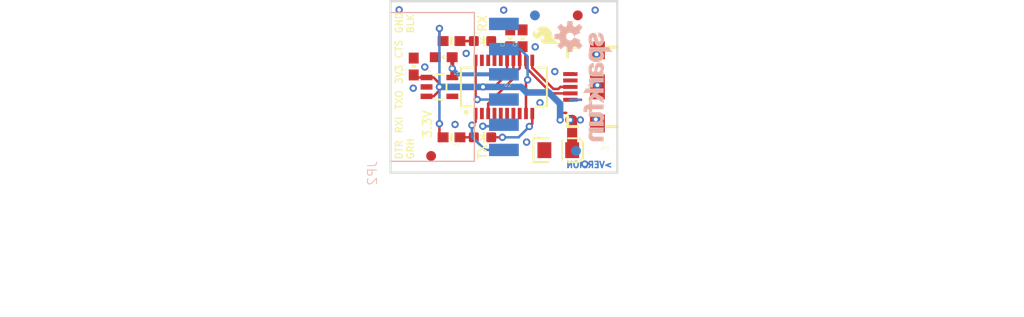
<source format=kicad_pcb>
(kicad_pcb (version 20211014) (generator pcbnew)
  (layers (0 "F.Cu" signal) (31 "B.Cu" signal) (34 "B.Paste" user) (35 "F.Paste" user) (36 "B.SilkS" user "B.Silkscreen") (37 "F.SilkS" user "F.Silkscreen") (38 "B.Mask" user) (39 "F.Mask" user) (44 "Edge.Cuts" user))
  (net 0 "")
  (net 1 "GND")
  (net 2 "USB_D-")
  (net 3 "USB_D+")
  (net 4 "TXLED")
  (net 5 "RXLED")
  (net 6 "N$1")
  (net 7 "N$2")
  (net 8 "TXO")
  (net 9 "RXI")
  (net 10 "5V")
  (net 11 "3V3")
  (net 12 "3V3LC")
  (net 13 "~{CTS}")
  (net 14 "~{DTR}")
  (net 15 "SHIELD")
  (footprint "boardEagle:0603-RES" (layer "F.Cu") (at 143.2179 110.0836 180)
    (fp_text reference "R2" (at -0.889 -0.6985) (layer "F.SilkS") (effects (font (size 0.376489 0.376489) (thickness 0.029911)) (justify right)))
    (fp_text value "1K")
    (fp_poly (pts (xy -0.1905 0.381) (xy 0.1905 0.381) (xy 0.1905 -0.381) (xy -0.1905 -0.381)) (layer "F.SilkS") (width 0) (fill solid))
    (pad "1" smd rect (at -0.85 0 180) (size 1.1 1) (layers "F.Cu" "F.Paste" "F.Mask") (net 6 "N$1"))
    (pad "2" smd rect (at 0.85 0 180) (size 1.1 1) (layers "F.Cu" "F.Paste" "F.Mask") (net 10 "5V"))
  )
  (footprint "boardEagle:FIDUCIAL-1X2" (layer "F.Cu") (at 155.9433 97.79)
    (fp_text reference "JP5" hide)
    (fp_text value "FIDUCIAL1X2" hide)
    (pad "1" smd roundrect (at 0 0) (size 1 1) (layers "F.Cu" "F.Mask") (roundrect_rratio 0.5))
  )
  (footprint "boardEagle:USB-B-MICRO-SMD_V03" (layer "F.Cu") (at 157.9245 105.0036 180)
    (fp_text reference "JP1" (at -1.27 -5.969 180) (layer "F.SilkS") (effects (font (size 0.373888 0.373888) (thickness 0.032512)) (justify right top)))
    (fp_text value "")
    (fp_line (start 2.981959 -3.992881) (end 2 -3.992881) (layer "F.SilkS") (width 0.3048))
    (fp_line (start -1 -4) (end -2 -4) (layer "F.SilkS") (width 0.3048))
    (fp_line (start 2 4) (end 3 4) (layer "F.SilkS") (width 0.3048))
    (fp_line (start -1 4) (end -2 4) (layer "F.SilkS") (width 0.3048))
    (fp_line (start 2 -3.992881) (end 2 -4) (layer "F.SilkS") (width 0.3048))
    (fp_line (start 3 4) (end 3 3) (layer "F.SilkS") (width 0.3048))
    (fp_line (start 3 -4) (end 3 -3) (layer "F.SilkS") (width 0.3048))
    (pad "" np_thru_hole circle (at 2.2 -1.9 180) (size 0.85 0.85) (drill 0.85) (layers *.Cu *.Mask))
    (pad "" np_thru_hole circle (at 2.2 1.9 180) (size 0.85 0.85) (drill 0.85) (layers *.Cu *.Mask))
    (pad "D+1" smd rect (at 2.725 0 270) (size 0.4 1.45) (layers "F.Cu" "F.Paste" "F.Mask") (net 3 "USB_D+"))
    (pad "D-1" smd rect (at 2.725 -0.65 270) (size 0.4 1.45) (layers "F.Cu" "F.Paste" "F.Mask") (net 2 "USB_D-"))
    (pad "GND1" smd rect (at 2.725 1.3 270) (size 0.4 1.45) (layers "F.Cu" "F.Paste" "F.Mask") (net 1 "GND"))
    (pad "ID1" smd rect (at 2.725 0.65 270) (size 0.4 1.45) (layers "F.Cu" "F.Paste" "F.Mask"))
    (pad "SHIELD1" smd rect (at 0 -3.685 270) (size 1.8 1.5) (layers "F.Cu") (net 15 "SHIELD"))
    (pad "SHIELD2" smd rect (at 0 3.685 270) (size 1.8 1.5) (layers "F.Cu") (net 15 "SHIELD"))
    (pad "SHIELD3" smd rect (at 0 0 270) (size 2.5 1.5) (layers "F.Cu") (net 15 "SHIELD"))
    (pad "VBUS1" smd rect (at 2.725 -1.3 270) (size 0.4 1.45) (layers "F.Cu" "F.Paste" "F.Mask") (net 10 "5V"))
  )
  (footprint "boardEagle:EIA3216" (layer "F.Cu") (at 153.97734 111.379)
    (fp_text reference "C4" (at -2.54 -1.381) (layer "F.SilkS") (effects (font (size 0.376489 0.376489) (thickness 0.029911)) (justify left)))
    (fp_text value "10uF")
    (fp_line (start -2.5 1.2) (end -2.5 -1.2) (layer "F.SilkS") (width 0.2032))
    (fp_line (start 2.5 0.8) (end 2.5 -0.8) (layer "F.SilkS") (width 0.2032))
    (fp_line (start -2.5 -1.2) (end -1 -1.2) (layer "F.SilkS") (width 0.2032))
    (fp_line (start 0.381 -1.016) (end 0.381 1.016) (layer "F.SilkS") (width 0.127))
    (fp_line (start 2.1 -1.2) (end 1 -1.2) (layer "F.SilkS") (width 0.2032))
    (fp_line (start -1 1.2) (end -2.5 1.2) (layer "F.SilkS") (width 0.2032))
    (fp_line (start 2.1 1.2) (end 2.5 0.8) (layer "F.SilkS") (width 0.2032))
    (fp_line (start 2.5 -0.8) (end 2.1 -1.2) (layer "F.SilkS") (width 0.2032))
    (fp_line (start 1 1.2) (end 2.1 1.2) (layer "F.SilkS") (width 0.2032))
    (pad "A" smd rect (at 1.4 0 90) (size 1.6 1.4) (layers "F.Cu" "F.Paste" "F.Mask") (net 10 "5V"))
    (pad "C" smd rect (at -1.4 0 90) (size 1.6 1.4) (layers "F.Cu" "F.Paste" "F.Mask") (net 1 "GND"))
  )
  (footprint "boardEagle:0603-RES" (layer "F.Cu") (at 143.2179 100.3808 180)
    (fp_text reference "R1" (at -0.889 -0.6985) (layer "F.SilkS") (effects (font (size 0.376489 0.376489) (thickness 0.029911)) (justify right)))
    (fp_text value "1K")
    (fp_poly (pts (xy -0.1905 0.381) (xy 0.1905 0.381) (xy 0.1905 -0.381) (xy -0.1905 -0.381)) (layer "F.SilkS") (width 0) (fill solid))
    (pad "1" smd rect (at -0.85 0 180) (size 1.1 1) (layers "F.Cu" "F.Paste" "F.Mask") (net 7 "N$2"))
    (pad "2" smd rect (at 0.85 0 180) (size 1.1 1) (layers "F.Cu" "F.Paste" "F.Mask") (net 10 "5V"))
  )
  (footprint "boardEagle:0603-CAP" (layer "F.Cu") (at 142.4305 102.0064 180)
    (fp_text reference "C2" (at -0.889 -0.762 180) (layer "F.SilkS") (effects (font (size 0.373888 0.373888) (thickness 0.032512)) (justify right top)))
    (fp_text value "1.0uF")
    (fp_line (start 0 -0.02794) (end 0 0.02794) (layer "F.SilkS") (width 0.381))
    (pad "1" smd rect (at -0.85 0 180) (size 1.1 1) (layers "F.Cu" "F.Paste" "F.Mask") (net 11 "3V3"))
    (pad "2" smd rect (at 0.85 0 180) (size 1.1 1) (layers "F.Cu" "F.Paste" "F.Mask") (net 1 "GND"))
  )
  (footprint "boardEagle:0603-CAP" (layer "F.Cu") (at 150.3807 100.1014 90)
    (fp_text reference "C5" (at -0.889 -0.762 90) (layer "F.SilkS") (effects (font (size 0.376489 0.376489) (thickness 0.029911)) (justify left)))
    (fp_text value "0.1uF")
    (fp_line (start 0 -0.02794) (end 0 0.02794) (layer "F.SilkS") (width 0.381))
    (pad "1" smd rect (at -0.85 0 90) (size 1.1 1) (layers "F.Cu" "F.Paste" "F.Mask") (net 12 "3V3LC"))
    (pad "2" smd rect (at 0.85 0 90) (size 1.1 1) (layers "F.Cu" "F.Paste" "F.Mask") (net 1 "GND"))
  )
  (footprint "boardEagle:CREATIVE_COMMONS" (layer "F.Cu") (at 118.0211 127.6096)
    (fp_text reference "FRAME1" hide)
    (fp_text value "FRAME-LETTER" hide)
  )
  (footprint "boardEagle:0603-CAP" (layer "F.Cu") (at 139.4079 102.9462 90)
    (fp_text reference "C1" (at -0.889 -0.762 90) (layer "F.SilkS") (effects (font (size 0.373888 0.373888) (thickness 0.032512)) (justify left bottom)))
    (fp_text value "1.0uF")
    (fp_line (start 0 -0.02794) (end 0 0.02794) (layer "F.SilkS") (width 0.381))
    (pad "1" smd rect (at -0.85 0 90) (size 1.1 1) (layers "F.Cu" "F.Paste" "F.Mask") (net 10 "5V"))
    (pad "2" smd rect (at 0.85 0 90) (size 1.1 1) (layers "F.Cu" "F.Paste" "F.Mask") (net 1 "GND"))
  )
  (footprint "boardEagle:SFE_LOGO_FLAME_.1" (layer "F.Cu") (at 154.3431 100.9396 90)
    (fp_text reference "LOGO3" hide)
    (fp_text value "SFE_LOGO_FLAME.1_INCH" hide)
    (fp_poly (pts (xy 1.412844 -2.906175) (xy 1.560112 -2.832541) (xy 1.605026 -2.798855) (xy 1.681982 -2.7219) (xy 1.571006 -2.7219) (xy 1.551005 -2.7319) (xy 1.504689 -2.7319) (xy 1.468361 -2.722818) (xy 1.422477 -2.713641) (xy 1.39011 -2.697457) (xy 1.358081 -2.673436) (xy 1.343019 -2.650843) (xy 1.335288 -2.635381) (xy 1.3281 -2.613817) (xy 1.3281 -2.564689) (xy 1.335361 -2.535643) (xy 1.369607 -2.484275) (xy 1.425028 -2.428854) (xy 1.462016 -2.401113) (xy 1.489157 -2.383019) (xy 1.523301 -2.365947) (xy 1.594689 -2.3481) (xy 1.613817 -2.3481) (xy 1.629419 -2.353301) (xy 1.648687 -2.372569) (xy 1.654712 -2.384619) (xy 1.6619 -2.406183) (xy 1.6619 -2.558742) (xy 1.804838 -2.469406) (xy 1.890505 -2.373031) (xy 1.964662 -2.256498) (xy 2.016968 -2.099579) (xy 2.048309 -1.932428) (xy 2.037811 -1.753974) (xy 1.985628 -1.555678) (xy 1.881878 -1.368928) (xy 1.808618 -1.274737) (xy 1.726044 -1.192162) (xy 1.642524 -1.119083) (xy 1.536984 -1.055759) (xy 1.432127 -1.013816) (xy 1.318165 -0.982735) (xy 1.193153 -0.9619) (xy 1.003156 -0.9619) (xy 0.953397 -0.953607) (xy 0.863627 -0.899745) (xy 0.767974 -0.804092) (xy 0.647975 -0.664094) (xy 0.528159 -0.544277) (xy 0.478163 -0.484281) (xy 0.430255 -0.436373) (xy 0.400257 -0.386376) (xy 0.2819 -0.268018) (xy 0.2819 -1.732372) (xy 0.292559 -1.817641) (xy 0.314746 -1.895296) (xy 0.380852 -2.005474) (xy 0.436664 -2.050123) (xy 0.481171 -2.083503) (xy 0.539098 -2.106674) (xy 0.59313 -2.117481) (xy 0.656847 -2.1281) (xy 0.788994 -2.1281) (xy 0.884319 -2.080438) (xy 0.832569 -2.028687) (xy 0.784617 -2.004711) (xy 0.760581 -1.996699) (xy 0.713301 -1.949419) (xy 0.7081 -1.933817) (xy 0.7081 -1.906183) (xy 0.714532 -1.886888) (xy 0.729607 -1.864275) (xy 0.781412 -1.81247) (xy 0.820903 -1.796674) (xy 0.863772 -1.7881) (xy 0.935311 -1.7881) (xy 1.004357 -1.805361) (xy 1.053944 -1.83842) (xy 1.086004 -1.878495) (xy 1.1019 -1.926183) (xy 1.1019 -1.983091) (xy 1.077224 -2.048894) (xy 1.012268 -2.113851) (xy 0.931425 -2.204799) (xy 0.858661 -2.287958) (xy 0.804008 -2.386334) (xy 0.7819 -2.485818) (xy 0.7819 -2.576183) (xy 0.815289 -2.676349) (xy 0.871274 -2.765925) (xy 0.969046 -2.84197) (xy 1.087145 -2.906387) (xy 1.206565 -2.9281) (xy 1.314182 -2.9281)) (layer "F.SilkS") (width 0) (fill solid))
  )
  (footprint "boardEagle:LED-0603" (layer "F.Cu") (at 146.3421 110.0836 -90)
    (fp_text reference "D2" (at -0.6985 0.889) (layer "F.SilkS") (effects (font (size 0.376489 0.376489) (thickness 0.029911)) (justify left)))
    (fp_text value "RED")
    (fp_line (start 0.46 -0.17) (end 0 -0.17) (layer "F.SilkS") (width 0.2032))
    (fp_line (start -0.0254 -0.1546) (end -0.2184 0.14) (layer "F.SilkS") (width 0.2032))
    (fp_line (start 0 -0.17) (end 0.2338 0.14) (layer "F.SilkS") (width 0.2032))
    (fp_line (start -0.46 -0.17) (end 0 -0.17) (layer "F.SilkS") (width 0.2032))
    (pad "A" smd roundrect (at 0 0.877 270) (size 1 1) (layers "F.Cu" "F.Paste" "F.Mask") (roundrect_rratio 0.15) (net 6 "N$1"))
    (pad "C" smd roundrect (at 0 -0.877 270) (size 1 1) (layers "F.Cu" "F.Paste" "F.Mask") (roundrect_rratio 0.15) (net 4 "TXLED"))
  )
  (footprint "boardEagle:0603-CAP" (layer "F.Cu") (at 149.1361 100.1014 90)
    (fp_text reference "C3" (at -0.889 -0.762 90) (layer "F.SilkS") (effects (font (size 0.376489 0.376489) (thickness 0.029911)) (justify left)))
    (fp_text value "0.1uF")
    (fp_line (start 0 -0.02794) (end 0 0.02794) (layer "F.SilkS") (width 0.381))
    (pad "1" smd rect (at -0.85 0 90) (size 1.1 1) (layers "F.Cu" "F.Paste" "F.Mask") (net 10 "5V"))
    (pad "2" smd rect (at 0.85 0 90) (size 1.1 1) (layers "F.Cu" "F.Paste" "F.Mask") (net 1 "GND"))
  )
  (footprint "boardEagle:FIDUCIAL-1X2" (layer "F.Cu") (at 141.1605 111.9632)
    (fp_text reference "JP3" hide)
    (fp_text value "FIDUCIAL1X2" hide)
    (pad "1" smd roundrect (at 0 0) (size 1 1) (layers "F.Cu" "F.Mask") (roundrect_rratio 0.5))
  )
  (footprint "boardEagle:SOT23-5" (layer "F.Cu") (at 141.9987 105.0036 -90)
    (fp_text reference "U1" (at -0.889 -2.159 -90) (layer "F.SilkS") (effects (font (size 0.373888 0.373888) (thickness 0.032512)) (justify left bottom)))
    (fp_text value "3.3V")
    (fp_line (start -0.2684 -0.7088) (end 0.2684 -0.7088) (layer "F.SilkS") (width 0.2032))
    (fp_line (start 1.27 -0.4294) (end 1.27 0.4294) (layer "F.SilkS") (width 0.2032))
    (fp_line (start -1.27 0.4294) (end -1.27 -0.4294) (layer "F.SilkS") (width 0.2032))
    (fp_circle (center -1.6002 1.016) (end -1.5367 1.016) (layer "F.SilkS") (width 0.127) (fill solid))
    (pad "1" smd rect (at -0.95 1.3001 270) (size 0.55 1.2) (layers "F.Cu" "F.Paste" "F.Mask") (net 10 "5V"))
    (pad "2" smd rect (at 0 1.3001 270) (size 0.55 1.2) (layers "F.Cu" "F.Paste" "F.Mask") (net 1 "GND"))
    (pad "3" smd rect (at 0.95 1.3001 270) (size 0.55 1.2) (layers "F.Cu" "F.Paste" "F.Mask") (net 10 "5V"))
    (pad "4" smd rect (at 0.95 -1.3001 270) (size 0.55 1.2) (layers "F.Cu" "F.Paste" "F.Mask"))
    (pad "5" smd rect (at -0.95 -1.3001 270) (size 0.55 1.2) (layers "F.Cu" "F.Paste" "F.Mask") (net 11 "3V3"))
  )
  (footprint "boardEagle:LED-0603" (layer "F.Cu") (at 146.3421 100.3808 -90)
    (fp_text reference "D1" (at -0.6985 0.889) (layer "F.SilkS") (effects (font (size 0.376489 0.376489) (thickness 0.029911)) (justify left)))
    (fp_text value "GREEN")
    (fp_line (start 0 -0.17) (end 0.2338 0.14) (layer "F.SilkS") (width 0.2032))
    (fp_line (start 0.46 -0.17) (end 0 -0.17) (layer "F.SilkS") (width 0.2032))
    (fp_line (start -0.0254 -0.1546) (end -0.2184 0.14) (layer "F.SilkS") (width 0.2032))
    (fp_line (start -0.46 -0.17) (end 0 -0.17) (layer "F.SilkS") (width 0.2032))
    (pad "A" smd roundrect (at 0 0.877 270) (size 1 1) (layers "F.Cu" "F.Paste" "F.Mask") (roundrect_rratio 0.15) (net 7 "N$2"))
    (pad "C" smd roundrect (at 0 -0.877 270) (size 1 1) (layers "F.Cu" "F.Paste" "F.Mask") (roundrect_rratio 0.15) (net 5 "RXLED"))
  )
  (footprint "boardEagle:SSOP20_L" (layer "F.Cu") (at 148.5011 105.0036)
    (fp_text reference "U2" (at 0 0) (layer "F.SilkS") (effects (font (size 0.373888 0.373888) (thickness 0.032512)) (justify left bottom)))
    (fp_text value "FTS31XS-U")
    (fp_line (start 3.2512 1.9558) (end 4.3307 1.9558) (layer "F.SilkS") (width 0.2032))
    (fp_line (start -4.3307 -1.9558) (end -3.2512 -1.9558) (layer "F.SilkS") (width 0.2032))
    (fp_line (start -4.3307 -1.9558) (end -4.3307 1.9558) (layer "F.SilkS") (width 0.2032))
    (fp_line (start -4.3307 1.9558) (end -3.2512 1.9558) (layer "F.SilkS") (width 0.2032))
    (fp_line (start 4.3307 1.9558) (end 4.3307 -1.9558) (layer "F.SilkS") (width 0.2032))
    (fp_line (start 3.2512 -1.9558) (end 4.3307 -1.9558) (layer "F.SilkS") (width 0.2032))
    (fp_circle (center -3.81 2.54) (end -3.683 2.54) (layer "F.SilkS") (width 0.254) (fill solid))
    (pad "1" smd rect (at -2.8575 2.6797 180) (size 0.381 1.143) (layers "F.Cu" "F.Paste" "F.Mask") (net 14 "~{DTR}"))
    (pad "2" smd rect (at -2.2225 2.6797 180) (size 0.381 1.143) (layers "F.Cu" "F.Paste" "F.Mask"))
    (pad "3" smd rect (at -1.5875 2.6797 180) (size 0.381 1.143) (layers "F.Cu" "F.Paste" "F.Mask") (net 12 "3V3LC"))
    (pad "4" smd rect (at -0.9525 2.6797 180) (size 0.381 1.143) (layers "F.Cu" "F.Paste" "F.Mask") (net 9 "RXI"))
    (pad "5" smd rect (at -0.3175 2.6797 180) (size 0.381 1.143) (layers "F.Cu" "F.Paste" "F.Mask"))
    (pad "6" smd rect (at 0.3175 2.6797 180) (size 0.381 1.143) (layers "F.Cu" "F.Paste" "F.Mask") (net 1 "GND"))
    (pad "7" smd rect (at 0.9525 2.6797 180) (size 0.381 1.143) (layers "F.Cu" "F.Paste" "F.Mask"))
    (pad "8" smd rect (at 1.5875 2.6797 180) (size 0.381 1.143) (layers "F.Cu" "F.Paste" "F.Mask"))
    (pad "9" smd rect (at 2.2225 2.6797 180) (size 0.381 1.143) (layers "F.Cu" "F.Paste" "F.Mask") (net 13 "~{CTS}"))
    (pad "10" smd rect (at 2.8575 2.6797 180) (size 0.381 1.143) (layers "F.Cu" "F.Paste" "F.Mask") (net 4 "TXLED"))
    (pad "11" smd rect (at 2.8575 -2.6797) (size 0.381 1.143) (layers "F.Cu" "F.Paste" "F.Mask") (net 3 "USB_D+"))
    (pad "12" smd rect (at 2.2225 -2.6797) (size 0.381 1.143) (layers "F.Cu" "F.Paste" "F.Mask") (net 2 "USB_D-"))
    (pad "13" smd rect (at 1.5875 -2.6797) (size 0.381 1.143) (layers "F.Cu" "F.Paste" "F.Mask") (net 12 "3V3LC"))
    (pad "14" smd rect (at 0.9525 -2.6797) (size 0.381 1.143) (layers "F.Cu" "F.Paste" "F.Mask") (net 12 "3V3LC"))
    (pad "15" smd rect (at 0.3175 -2.6797) (size 0.381 1.143) (layers "F.Cu" "F.Paste" "F.Mask") (net 10 "5V"))
    (pad "16" smd rect (at -0.3175 -2.6797) (size 0.381 1.143) (layers "F.Cu" "F.Paste" "F.Mask") (net 1 "GND"))
    (pad "17" smd rect (at -0.9525 -2.6797) (size 0.381 1.143) (layers "F.Cu" "F.Paste" "F.Mask") (net 5 "RXLED"))
    (pad "18" smd rect (at -1.5875 -2.6797) (size 0.381 1.143) (layers "F.Cu" "F.Paste" "F.Mask"))
    (pad "19" smd rect (at -2.2225 -2.6797) (size 0.381 1.143) (layers "F.Cu" "F.Paste" "F.Mask"))
    (pad "20" smd rect (at -2.8575 -2.6797) (size 0.381 1.143) (layers "F.Cu" "F.Paste" "F.Mask") (net 8 "TXO"))
  )
  (footprint "boardEagle:FIDUCIAL-1X2" (layer "B.Cu") (at 155.7655 111.4552 180)
    (fp_text reference "JP4" hide)
    (fp_text value "FIDUCIAL1X2" hide)
    (pad "1" smd roundrect (at 0 0 180) (size 1 1) (layers "B.Cu" "B.Mask") (roundrect_rratio 0.5))
  )
  (footprint "boardEagle:OSHW-LOGO-S" (layer "B.Cu") (at 155.1559 99.9236 -90)
    (fp_text reference "LOGO1" hide)
    (fp_text value "OSHW-LOGOS" hide)
    (fp_poly (pts (xy 0.301647 1.061351) (xy 0.42347 1.022344) (xy 0.537177 0.963769) (xy 0.92862 1.282946) (xy 1.282946 0.92862) (xy 0.961035 0.533823) (xy 1.057046 0.302084) (xy 1.5638 0.250561) (xy 1.5638 -0.250561) (xy 1.057046 -0.302084) (xy 0.961035 -0.533823) (xy 1.282946 -0.92862) (xy 0.92862 -1.282946) (xy 0.537177 -0.96377) (xy 0.356601 -1.056794) (xy 0.088679 -0.410073) (xy 0.326262 -0.2176) (xy 0.373649 -0.121468) (xy 0.392729 -0.010339) (xy 0.379464 0.101634) (xy 0.334947 0.205229) (xy 0.262842 0.291918) (xy 0.169087 0.354561) (xy 0.061406 0.387999) (xy -0.051342 0.38948) (xy -0.159868 0.358881) (xy -0.255234 0.298724) (xy -0.329589 0.213962) (xy -0.376813 0.111569) (xy -0.392176 0.005767) (xy -0.322923 -0.222565) (xy -0.249312 -0.303773) (xy 0.091677 -0.5081) (xy -0.12929 -0.5081) (xy -0.355332 -1.053732) (xy -0.506597 -0.983577) (xy -0.538922 -0.965192) (xy -0.92862 -1.282946) (xy -1.282946 -0.92862) (xy -0.961035 -0.533823) (xy -1.057046 -0.302084) (xy -1.5638 -0.250561) (xy -1.5638 0.250561) (xy -1.057046 0.302084) (xy -0.961035 0.533823) (xy -1.282946 0.92862) (xy -0.92862 1.282946) (xy -0.533823 0.961035) (xy -0.302084 1.057046) (xy -0.250561 1.5638) (xy 0.250561 1.5638)) (layer "B.SilkS") (width 0) (fill solid))
  )
  (footprint "boardEagle:1X06-SMD-FEMALE-V2" (layer "B.Cu") (at 145.0721 105.0036 90)
    (fp_text reference "JP2" (at -7.4 -9.3 270) (layer "B.SilkS") (effects (font (size 0.92 0.92) (thickness 0.08)) (justify left bottom mirror)))
    (fp_text value "")
    (fp_line (start 7.5 -8.05) (end 7.5 0.45) (layer "B.SilkS") (width 0.127))
    (fp_line (start -7.5 -8.05) (end 7.5 -8.05) (layer "B.SilkS") (width 0.127))
    (fp_line (start -7.5 0.45) (end -7.5 -8.05) (layer "B.SilkS") (width 0.127))
    (fp_line (start 7.5 0.45) (end -7.5 0.45) (layer "B.SilkS") (width 0.127))
    (pad "1" smd rect (at 6.35 3.425 270) (size 1.25 3) (layers "B.Cu" "B.Paste" "B.Mask") (net 1 "GND"))
    (pad "2" smd rect (at 3.81 3.425 270) (size 1.25 3) (layers "B.Cu" "B.Paste" "B.Mask") (net 13 "~{CTS}"))
    (pad "3" smd rect (at 1.27 3.425 270) (size 1.25 3) (layers "B.Cu" "B.Paste" "B.Mask") (net 11 "3V3"))
    (pad "4" smd rect (at -1.27 3.425 270) (size 1.25 3) (layers "B.Cu" "B.Paste" "B.Mask") (net 8 "TXO"))
    (pad "5" smd rect (at -3.81 3.425 270) (size 1.25 3) (layers "B.Cu" "B.Paste" "B.Mask") (net 9 "RXI"))
    (pad "6" smd rect (at -6.35 3.425 270) (size 1.25 3) (layers "B.Cu" "B.Paste" "B.Mask") (net 14 "~{DTR}"))
  )
  (footprint "boardEagle:SFE_LOGO_NAME_.1" (layer "B.Cu") (at 159.8549 99.06 -90)
    (fp_text reference "LOGO2" hide)
    (fp_text value "SFE_LOGO_NAME.1_INCH" hide)
    (fp_poly (pts (xy 1.263449 2.827944) (xy 1.377272 2.817596) (xy 1.484898 2.785308) (xy 1.580778 2.732042) (xy 1.666049 2.668089) (xy 1.742958 2.580192) (xy 1.786799 2.470589) (xy 1.815652 2.3119) (xy 1.368765 2.3119) (xy 1.352817 2.391643) (xy 1.345598 2.42052) (xy 1.297431 2.468687) (xy 1.266699 2.484053) (xy 1.231643 2.492817) (xy 1.186228 2.5019) (xy 1.106183 2.5019) (xy 1.076183 2.4919) (xy 1.036183 2.4919) (xy 1.016888 2.485468) (xy 0.972011 2.45555) (xy 0.966606 2.439335) (xy 0.95904 2.409071) (xy 0.965665 2.375947) (xy 0.987214 2.347214) (xy 1.017914 2.32419) (xy 1.071265 2.306406) (xy 1.20764 2.267442) (xy 1.287009 2.25752) (xy 1.368733 2.237089) (xy 1.460875 2.216613) (xy 1.544201 2.185366) (xy 1.617011 2.154161) (xy 1.691815 2.111416) (xy 1.758636 2.055732) (xy 1.804134 1.987485) (xy 1.837342 1.898929) (xy 1.848262 1.800648) (xy 1.837415 1.659637) (xy 1.783017 1.55084) (xy 1.718081 1.453436) (xy 1.630112 1.387459) (xy 1.525079 1.334943) (xy 1.409724 1.292995) (xy 1.283153 1.2719) (xy 1.036847 1.2719) (xy 0.910276 1.292995) (xy 0.794921 1.334943) (xy 0.689888 1.387459) (xy 0.603058 1.452581) (xy 0.526244 1.551343) (xy 0.482995 1.670276) (xy 0.455024 1.8381) (xy 0.902276 1.8381) (xy 0.91664 1.751914) (xy 0.934786 1.715621) (xy 0.951407 1.67407) (xy 0.978829 1.653504) (xy 1.070903 1.616674) (xy 1.116852 1.607484) (xy 1.168449 1.598885) (xy 1.20531 1.6081) (xy 1.242663 1.6081) (xy 1.288251 1.626335) (xy 1.32052 1.634402) (xy 1.368687 1.682569) (xy 1.3819 1.708995) (xy 1.3819 1.745311) (xy 1.374639 1.774357) (xy 1.360393 1.795725) (xy 1.336373 1.819745) (xy 1.294706 1.844745) (xy 1.16063 1.883053) (xy 1.072113 1.902723) (xy 0.969507 1.923244) (xy 0.888652 1.953565) (xy 0.808654 1.973564) (xy 0.723755 2.005401) (xy 0.646667 2.049451) (xy 0.593059 2.103059) (xy 0.537224 2.158895) (xy 0.502751 2.250823) (xy 0.491535 2.340544) (xy 0.513006 2.480102) (xy 0.556968 2.590006) (xy 0.623794 2.667971) (xy 0.709222 2.732042) (xy 0.805102 2.785308) (xy 0.912728 2.817596) (xy 1.026693 2.827956) (xy 1.150144 2.838244)) (layer "B.SilkS") (width 0) (fill solid))
    (fp_poly (pts (xy 6.5481 2.344647) (xy 6.98377 2.7981) (xy 7.553235 2.7981) (xy 6.979019 2.234719) (xy 7.590534 1.3019) (xy 7.028601 1.3019) (xy 6.652679 1.918797) (xy 6.5481 1.814218) (xy 6.5481 1.3019) (xy 6.0919 1.3019) (xy 6.0919 3.101967) (xy 6.5481 3.366082)) (layer "B.SilkS") (width 0) (fill solid))
    (fp_poly (pts (xy 4.332821 1.958813) (xy 4.278994 1.9319) (xy 4.236183 1.9319) (xy 4.206183 1.9219) (xy 4.166183 1.9219) (xy 4.136183 1.9119) (xy 4.118995 1.9119) (xy 4.098994 1.9019) (xy 4.043743 1.9019) (xy 3.938703 2.17763) (xy 4.073746 2.20764) (xy 4.165514 2.217836) (xy 4.280739 2.232239)) (layer "B.SilkS") (width 0) (fill solid))
    (fp_poly (pts (xy 8.346183 3.3281) (xy 8.4781 3.3281) (xy 8.4781 2.9619) (xy 8.266183 2.9619) (xy 8.214619 2.944712) (xy 8.211154 2.94298) (xy 8.205289 2.925383) (xy 8.195947 2.906699) (xy 8.1881 2.875311) (xy 8.1881 2.7981) (xy 8.4581 2.7981) (xy 8.4581 2.4619) (xy 8.1881 2.4619) (xy 8.1881 1.3019) (xy 7.7219 1.3019) (xy 7.7219 2.4619) (xy 7.288018 2.4619) (xy 7.383059 2.556941) (xy 7.414974 2.588855) (xy 7.452786 2.617214) (xy 7.481145 2.655026) (xy 7.513059 2.686941) (xy 7.544974 2.718855) (xy 7.582786 2.747214) (xy 7.62095 2.7981) (xy 7.7219 2.7981) (xy 7.7219 2.87211) (xy 7.732416 2.966754) (xy 7.754312 3.05434) (xy 7.798584 3.131815) (xy 7.851837 3.195719) (xy 7.918895 3.262776) (xy 8.007823 3.296125) (xy 8.112728 3.327596) (xy 8.228272 3.3381) (xy 8.316183 3.3381)) (layer "B.SilkS") (width 0) (fill solid))
    (fp_poly (pts (xy 2.929338 2.817229) (xy 3.067237 2.764191) (xy 3.183983 2.689898) (xy 3.280426 2.593455) (xy 3.354458 2.466544) (xy 3.40663 2.330896) (xy 3.4381 2.184036) (xy 3.4381 2.000884) (xy 2.986257 2.012775) (xy 2.972194 2.125274) (xy 2.96275 2.200824) (xy 2.934631 2.275809) (xy 2.907172 2.33988) (xy 2.864269 2.391364) (xy 2.811775 2.42636) (xy 2.749939 2.452861) (xy 2.679736 2.461636) (xy 2.599817 2.452756) (xy 2.538225 2.42636) (xy 2.485732 2.391364) (xy 2.442828 2.33988) (xy 2.416222 2.277799) (xy 2.3781 2.125311) (xy 2.3781 1.964689) (xy 2.415361 1.815643) (xy 2.487474 1.707474) (xy 2.538225 1.67364) (xy 2.599817 1.647244) (xy 2.68 1.638334) (xy 2.760183 1.647244) (xy 2.821775 1.67364) (xy 2.872526 1.707474) (xy 2.966513 1.848455) (xy 3.375374 1.65605) (xy 3.279898 1.506017) (xy 3.184582 1.4107) (xy 3.078029 1.336113) (xy 2.938292 1.282368) (xy 2.781269 1.2719) (xy 2.716847 1.2719) (xy 2.650788 1.28291) (xy 2.587952 1.303855) (xy 2.523984 1.325178) (xy 2.4682 1.358648) (xy 2.414551 1.401567) (xy 2.3981 1.418018) (xy 2.3981 0.420728) (xy 2.284551 0.511567) (xy 2.234549 0.561569) (xy 2.186199 0.600249) (xy 2.134551 0.641567) (xy 2.044549 0.731569) (xy 1.994551 0.771567) (xy 1.9319 0.834218) (xy 1.9319 2.721235) (xy 2.011643 2.737183) (xy 2.051639 2.747182) (xy 2.106227 2.7581) (xy 2.146228 2.7581) (xy 2.241643 2.777183) (xy 2.281639 2.787182) (xy 2.3781 2.806475) (xy 2.3781 2.688615) (xy 2.394526 2.709148) (xy 2.450398 2.74267) (xy 2.501652 2.773423) (xy 2.568085 2.80664) (xy 2.633736 2.817582) (xy 2.693736 2.827582) (xy 2.759215 2.838495)) (layer "B.SilkS") (width 0) (fill solid))
    (fp_poly (pts (xy 8.9581 1.882707) (xy 8.967231 1.81879) (xy 8.985791 1.76311) (xy 9.00247 1.721412) (xy 9.035028 1.688854) (xy 9.065947 1.665665) (xy 9.106435 1.657568) (xy 9.17 1.648487) (xy 9.23415 1.657651) (xy 9.286603 1.666393) (xy 9.326373 1.690255) (xy 9.369745 1.733627) (xy 9.394745 1.775294) (xy 9.412487 1.837389) (xy 9.422109 1.923991) (xy 9.4319 2.021901) (xy 9.4319 2.7981) (xy 9.8881 2.7981) (xy 9.8881 1.3019) (xy 9.4419 1.3019) (xy 9.4419 1.432728) (xy 9.415451 1.411569) (xy 9.363624 1.359743) (xy 9.306016 1.325178) (xy 9.242048 1.303855) (xy 9.179212 1.28291) (xy 9.115827 1.272346) (xy 9.04 1.261513) (xy 8.892264 1.282618) (xy 8.775527 1.314456) (xy 8.67813 1.368565) (xy 8.600015 1.435521) (xy 8.544692 1.535102) (xy 8.512895 1.641091) (xy 8.4919 1.756565) (xy 8.4919 2.7981) (xy 8.9581 2.7981)) (layer "B.SilkS") (width 0) (fill solid))
    (fp_poly (pts (xy 6.0081 2.795782) (xy 6.0081 2.3819) (xy 5.951006 2.3819) (xy 5.931005 2.3919) (xy 5.831901 2.3919) (xy 5.736548 2.382365) (xy 5.665643 2.364639) (xy 5.614275 2.330393) (xy 5.562128 2.278246) (xy 5.506422 2.148266) (xy 5.4881 2.065817) (xy 5.4881 1.3019) (xy 5.0219 1.3019) (xy 5.0219 2.721235) (xy 5.102528 2.73736) (xy 5.151643 2.747183) (xy 5.19531 2.7581) (xy 5.246228 2.7581) (xy 5.291643 2.767183) (xy 5.331639 2.777182) (xy 5.381643 2.787183) (xy 5.4681 2.808798) (xy 5.4681 2.625835) (xy 5.480392 2.644273) (xy 5.535727 2.699608) (xy 5.598866 2.741701) (xy 5.663815 2.785) (xy 5.739533 2.806634) (xy 5.814664 2.8281) (xy 5.975782 2.8281)) (layer "B.SilkS") (width 0) (fill solid))
    (fp_poly (pts (xy 4.393156 2.8181) (xy 4.443773 2.8181) (xy 4.499798 2.806895) (xy 4.560665 2.786606) (xy 4.601749 2.776335) (xy 4.655621 2.754786) (xy 4.700112 2.732541) (xy 4.745026 2.698855) (xy 4.786941 2.656941) (xy 4.822471 2.621411) (xy 4.844785 2.565625) (xy 4.86664 2.521915) (xy 4.877582 2.456264) (xy 4.8881 2.393153) (xy 4.8881 1.498995) (xy 4.8981 1.478994) (xy 4.8981 1.438995) (xy 4.9081 1.418994) (xy 4.9081 1.408995) (xy 4.9181 1.388994) (xy 4.9181 1.378995) (xy 4.9281 1.358994) (xy 4.9281 1.3019) (xy 4.4619 1.3019) (xy 4.4619 1.344218) (xy 4.4519 1.354218) (xy 4.4519 1.364218) (xy 4.4419 1.374218) (xy 4.4419 1.392143) (xy 4.416889 1.375469) (xy 4.386888 1.365468) (xy 4.35916 1.346983) (xy 4.339157 1.336981) (xy 4.306889 1.315469) (xy 4.27066 1.303392) (xy 4.230665 1.293394) (xy 4.196183 1.2819) (xy 4.166183 1.2819) (xy 4.136183 1.2719) (xy 4.066183 1.2719) (xy 4.036183 1.2619) (xy 3.946227 1.2619) (xy 3.896228 1.2719) (xy 3.841006 1.2719) (xy 3.796699 1.294053) (xy 3.756702 1.304052) (xy 3.712961 1.325922) (xy 3.67084 1.346983) (xy 3.635727 1.370392) (xy 3.603059 1.403059) (xy 3.571145 1.434974) (xy 3.537459 1.479888) (xy 3.514052 1.526702) (xy 3.503038 1.570759) (xy 3.492818 1.611639) (xy 3.4819 1.666227) (xy 3.4819 1.721728) (xy 3.492457 1.837853) (xy 3.525667 1.937483) (xy 3.58083 2.014711) (xy 3.646667 2.080549) (xy 3.723755 2.124599) (xy 3.809125 2.156613) (xy 3.90349 2.177583) (xy 4.014955 2.191516) (xy 4.117879 1.921342) (xy 3.992569 1.858687) (xy 3.961313 1.827431) (xy 3.9481 1.801005) (xy 3.9481 1.763817) (xy 3.941135 1.742923) (xy 3.9481 1.728994) (xy 3.9481 1.706183) (xy 3.9581 1.676183) (xy 3.9581 1.668995) (xy 3.961313 1.662569) (xy 3.982569 1.641313) (xy 4.002569 1.631313) (xy 4.012569 1.621313) (xy 4.018995 1.6181) (xy 4.038994 1.6181) (xy 4.058995 1.6081) (xy 4.195311 1.6081) (xy 4.304357 1.635361) (xy 4.325725 1.649607) (xy 4.366699 1.690581) (xy 4.376699 1.720581) (xy 4.3967 1.740582) (xy 4.4019 1.756183) (xy 4.4019 1.788994) (xy 4.4119 1.808995) (xy 4.4119 1.838994) (xy 4.4219 1.858995) (xy 4.4219 1.968018) (xy 4.415782 1.9619) (xy 4.388995 1.9619) (xy 4.377039 1.955922) (xy 4.348994 1.9419) (xy 4.258472 1.9419) (xy 4.205106 2.222073) (xy 4.31121 2.237231) (xy 4.362086 2.25419) (xy 4.392786 2.277214) (xy 4.414335 2.305947) (xy 4.4219 2.343772) (xy 4.4219 2.363817) (xy 4.4119 2.393817) (xy 4.4119 2.411005) (xy 4.398687 2.437431) (xy 4.377431 2.458687) (xy 4.331005 2.4819) (xy 4.311006 2.4819) (xy 4.291005 2.4919) (xy 4.221006 2.4919) (xy 4.207077 2.498865) (xy 4.186183 2.4919) (xy 4.136183 2.4919) (xy 4.106183 2.4819) (xy 4.088995 2.4819) (xy 4.062569 2.468687) (xy 4.011313 2.417431) (xy 3.9981 2.391005) (xy 3.9981 2.361006) (xy 3.9881 2.341005) (xy 3.9881 2.2819) (xy 3.51607 2.2819) (xy 3.532432 2.396435) (xy 3.543105 2.449798) (xy 3.565178 2.516016) (xy 3.598341 2.571288) (xy 3.631145 2.615026) (xy 3.674974 2.658855) (xy 3.71714 2.69048) (xy 3.758712 2.721659) (xy 3.813016 2.754241) (xy 3.86585 2.775375) (xy 3.919674 2.796905) (xy 4.043736 2.817582) (xy 4.106847 2.8281) (xy 4.333153 2.8281)) (layer "B.SilkS") (width 0) (fill solid))
    (fp_poly (pts (xy 3.440843 2.077038) (xy 3.427907 1.895944) (xy 3.407032 1.749817) (xy 3.33984 1.588556) (xy 2.935443 1.77886) (xy 2.962479 1.887004) (xy 2.972164 1.964486) (xy 2.986 2.089008)) (layer "B.SilkS") (width 0) (fill solid))
    (fp_poly (pts (xy 11.017334 2.817439) (xy 11.144113 2.785744) (xy 11.243168 2.730714) (xy 11.310714 2.663168) (xy 11.364478 2.566392) (xy 11.40744 2.458987) (xy 11.417967 2.343186) (xy 11.4281 2.211463) (xy 11.4281 1.3019) (xy 10.9619 1.3019) (xy 10.9619 2.217293) (xy 10.952769 2.28121) (xy 10.935177 2.333987) (xy 10.908344 2.378708) (xy 10.882786 2.412786) (xy 10.854573 2.433945) (xy 10.74955 2.451449) (xy 10.623004 2.433371) (xy 10.585475 2.410854) (xy 10.551349 2.368197) (xy 10.525255 2.324706) (xy 10.506947 2.26063) (xy 10.4881 2.175817) (xy 10.4881 1.3019) (xy 10.0219 1.3019) (xy 10.0219 2.581058) (xy 10.033958 2.7981) (xy 10.4681 2.7981) (xy 10.4681 2.666115) (xy 10.493944 2.69842) (xy 10.55962 2.742204) (xy 10.613984 2.774822) (xy 10.677952 2.796145) (xy 10.740788 2.81709) (xy 10.803736 2.827582) (xy 10.869552 2.838551)) (layer "B.SilkS") (width 0) (fill solid))
  )
  (footprint "boardEagle:FIDUCIAL-1X2" (layer "B.Cu") (at 151.6253 97.79 180)
    (fp_text reference "JP6" hide)
    (fp_text value "FIDUCIAL1X2" hide)
    (pad "1" smd roundrect (at 0 0 180) (size 1 1) (layers "B.Cu" "B.Mask") (roundrect_rratio 0.5))
  )
  (gr_line (start 137.0711 113.6396) (end 137.0711 96.3676) (layer "Edge.Cuts") (width 0.2032))
  (gr_line (start 137.0711 113.6396) (end 159.9311 113.6396) (layer "Edge.Cuts") (width 0.2032))
  (gr_line (start 159.9311 96.3676) (end 159.9311 113.6396) (layer "Edge.Cuts") (width 0.2032))
  (gr_line (start 137.0711 96.3676) (end 159.9311 96.3676) (layer "Edge.Cuts") (width 0.2032))
  (gr_text ">VERSION" (at 159.4993 113.2078) (layer "B.Cu") (effects (font (size 0.6096 0.6096) (thickness 0.2032)) (justify left bottom mirror)))
  (gr_text "RXI" (at 138.3411 109.7534 90) (layer "F.SilkS") (effects (font (size 0.69088 0.69088) (thickness 0.12192)) (justify left bottom)))
  (gr_text "RX" (at 145.8214 97.663 90) (layer "F.SilkS") (effects (font (size 0.8636 0.8636) (thickness 0.1524)) (justify right top)))
  (gr_text "3V3" (at 138.3411 104.775 90) (layer "F.SilkS") (effects (font (size 0.69088 0.69088) (thickness 0.12192)) (justify left bottom)))
  (gr_text "DTR" (at 138.3411 112.3696 90) (layer "F.SilkS") (effects (font (size 0.69088 0.69088) (thickness 0.12192)) (justify left bottom)))
  (gr_text "3.3V" (at 141.2875 110.2614 90) (layer "F.SilkS") (effects (font (size 0.8636 0.8636) (thickness 0.1524)) (justify left bottom)))
  (gr_text "TX" (at 145.8468 110.6932 90) (layer "F.SilkS") (effects (font (size 0.8636 0.8636) (thickness 0.1524)) (justify right top)))
  (gr_text "CTS" (at 138.3157 102.2096 90) (layer "F.SilkS") (effects (font (size 0.69088 0.69088) (thickness 0.12192)) (justify left bottom)))
  (gr_text "GND" (at 138.3411 99.6696 90) (layer "F.SilkS") (effects (font (size 0.69088 0.69088) (thickness 0.12192)) (justify left bottom)))
  (gr_text "BLK" (at 139.4841 99.6696 90) (layer "F.SilkS") (effects (font (size 0.69088 0.69088) (thickness 0.12192)) (justify left bottom)))
  (gr_text "TXO" (at 138.3411 107.3404 90) (layer "F.SilkS") (effects (font (size 0.69088 0.69088) (thickness 0.12192)) (justify left bottom)))
  (gr_text "GRN" (at 139.4841 112.3696 90) (layer "F.SilkS") (effects (font (size 0.69088 0.69088) (thickness 0.12192)) (justify left bottom)))
  (via (at 157.6959 97.2566) (size 0.7366) (drill 0.381) (layers "F.Cu" "B.Cu") (net 1))
  (via (at 152.1333 106.6038) (size 0.7366) (drill 0.381) (layers "F.Cu" "B.Cu") (net 1))
  (via (at 140.5255 102.997) (size 0.7366) (drill 0.381) (layers "F.Cu" "B.Cu") (net 1))
  (via (at 153.6319 103.4542) (size 0.7366) (drill 0.381) (layers "F.Cu" "B.Cu") (net 1))
  (via (at 143.5735 108.7882) (size 0.7366) (drill 0.381) (layers "F.Cu" "B.Cu") (net 1))
  (via (at 151.6507 100.965) (size 0.7366) (drill 0.381) (layers "F.Cu" "B.Cu") (net 1))
  (via (at 148.4757 97.2566) (size 0.7366) (drill 0.381) (layers "F.Cu" "B.Cu") (net 1))
  (via (at 139.3571 105.1306) (size 0.7366) (drill 0.381) (layers "F.Cu" "B.Cu") (net 1))
  (via (at 144.6911 101.6254) (size 0.7366) (drill 0.381) (layers "F.Cu" "B.Cu") (net 1))
  (via (at 137.9347 97.2312) (size 0.7366) (drill 0.381) (layers "F.Cu" "B.Cu") (net 1))
  (via (at 156.6545 112.776) (size 0.7366) (drill 0.381) (layers "F.Cu" "B.Cu") (net 1))
  (via (at 150.7871 110.5662) (size 0.7366) (drill 0.381) (layers "F.Cu" "B.Cu") (net 1))
  (segment (start 153.3167 105.6536) (end 155.1995 105.6536) (width 0.254) (layer "F.Cu") (net 2))
  (segment (start 150.7236 103.0605) (end 153.3167 105.6536) (width 0.254) (layer "F.Cu") (net 2))
  (segment (start 150.7236 102.3239) (end 150.7236 103.0605) (width 0.254) (layer "F.Cu") (net 2))
  (segment (start 153.9875 105.2068) (end 153.4922 105.2068) (width 0.254) (layer "F.Cu") (net 3))
  (segment (start 151.3586 102.3239) (end 151.3586 103.0732) (width 0.254) (layer "F.Cu") (net 3))
  (segment (start 154.1907 105.0036) (end 153.9875 105.2068) (width 0.254) (layer "F.Cu") (net 3))
  (segment (start 155.1995 105.0036) (end 154.1907 105.0036) (width 0.254) (layer "F.Cu") (net 3))
  (segment (start 151.3586 103.0732) (end 153.4922 105.2068) (width 0.254) (layer "F.Cu") (net 3))
  (segment (start 147.2191 110.0836) (end 148.3487 110.0836) (width 0.254) (layer "F.Cu") (net 4))
  (segment (start 151.0665 108.9914) (end 151.3586 108.6993) (width 0.254) (layer "F.Cu") (net 4))
  (segment (start 151.3586 108.6993) (end 151.3586 107.6833) (width 0.254) (layer "F.Cu") (net 4))
  (via (at 151.0665 108.9914) (size 0.7366) (drill 0.381) (layers "F.Cu" "B.Cu") (net 4))
  (via (at 148.3487 110.0836) (size 0.7366) (drill 0.381) (layers "F.Cu" "B.Cu") (net 4))
  (segment (start 148.3487 110.0836) (end 149.9743 110.0836) (width 0.254) (layer "B.Cu") (net 4))
  (segment (start 149.9743 110.0836) (end 151.0665 108.9914) (width 0.254) (layer "B.Cu") (net 4))
  (segment (start 147.2191 100.3808) (end 147.5486 100.7103) (width 0.254) (layer "F.Cu") (net 5))
  (segment (start 147.5486 100.7103) (end 147.5486 102.3239) (width 0.254) (layer "F.Cu") (net 5))
  (segment (start 144.0679 110.0836) (end 145.4651 110.0836) (width 0.254) (layer "F.Cu") (net 6))
  (segment (start 145.4651 100.3808) (end 144.0679 100.3808) (width 0.254) (layer "F.Cu") (net 7))
  (segment (start 145.6436 102.3239) (end 145.6436 106.1085) (width 0.254) (layer "F.Cu") (net 8))
  (segment (start 145.6436 106.1085) (end 145.8087 106.2736) (width 0.254) (layer "F.Cu") (net 8))
  (via (at 145.8087 106.2736) (size 0.7366) (drill 0.381) (layers "F.Cu" "B.Cu") (net 8))
  (segment (start 145.8087 106.2736) (end 148.4971 106.2736) (width 0.254) (layer "B.Cu") (net 8))
  (segment (start 147.5486 107.6833) (end 147.5486 108.5215) (width 0.254) (layer "F.Cu") (net 9))
  (segment (start 147.5486 108.5215) (end 147.1041 108.966) (width 0.254) (layer "F.Cu") (net 9))
  (segment (start 147.1041 108.966) (end 146.3675 108.966) (width 0.254) (layer "F.Cu") (net 9))
  (via (at 146.3675 108.966) (size 0.7366) (drill 0.381) (layers "F.Cu" "B.Cu") (net 9))
  (segment (start 148.3447 108.966) (end 146.3675 108.966) (width 0.254) (layer "B.Cu") (net 9))
  (segment (start 148.4971 108.8136) (end 148.3447 108.966) (width 0.254) (layer "B.Cu") (net 9))
  (segment (start 155.3815 108.331) (end 155.37734 108.331) (width 1.016) (layer "F.Cu") (net 10))
  (segment (start 155.1995 106.3036) (end 155.2041 106.299) (width 0.254) (layer "F.Cu") (net 10))
  (segment (start 154.5971 107.6198) (end 154.7749 107.6198) (width 0.254) (layer "F.Cu") (net 10))
  (segment (start 148.8059 102.3366) (end 148.8059 101.2816) (width 0.254) (layer "F.Cu") (net 10))
  (segment (start 140.6986 104.0536) (end 141.4043 104.0536) (width 0.254) (layer "F.Cu") (net 10))
  (segment (start 142.3679 100.3808) (end 141.9987 100.3808) (width 0.254) (layer "F.Cu") (net 10))
  (segment (start 142.3679 110.0836) (end 141.9987 110.0836) (width 0.254) (layer "F.Cu") (net 10))
  (segment (start 148.8186 102.3239) (end 148.8186 103.7209) (width 0.254) (layer "F.Cu") (net 10))
  (segment (start 141.9987 105.3592) (end 141.9987 105.0036) (width 0.254) (layer "F.Cu") (net 10))
  (segment (start 141.9987 104.648) (end 141.9987 105.0036) (width 0.254) (layer "F.Cu") (net 10))
  (segment (start 155.2041 106.299) (end 156.2735 106.299) (width 0.254) (layer "F.Cu") (net 10))
  (segment (start 140.6986 105.9536) (end 141.4043 105.9536) (width 0.254) (layer "F.Cu") (net 10))
  (segment (start 140.6986 104.0536) (end 139.6653 104.0536) (width 0.254) (layer "F.Cu") (net 10))
  (segment (start 155.37734 108.331) (end 155.1813 108.331) (width 1.016) (layer "F.Cu") (net 10))
  (segment (start 148.8059 101.2816) (end 149.1361 100.9514) (width 0.254) (layer "F.Cu") (net 10))
  (segment (start 147.5359 105.0036) (end 146.3929 105.0036) (width 0.254) (layer "F.Cu") (net 10))
  (segment (start 141.9987 110.0836) (end 141.9987 108.712) (width 0.254) (layer "F.Cu") (net 10))
  (segment (start 155.37734 108.331) (end 155.37734 111.379) (width 1.016) (layer "F.Cu") (net 10))
  (segment (start 141.4043 105.9536) (end 141.9987 105.3592) (width 0.254) (layer "F.Cu") (net 10))
  (segment (start 148.8186 103.7209) (end 147.5359 105.0036) (width 0.254) (layer "F.Cu") (net 10))
  (segment (start 148.8186 102.3239) (end 148.8059 102.3366) (width 0.254) (layer "F.Cu") (net 10))
  (segment (start 139.6653 104.0536) (end 139.4079 103.7962) (width 0.254) (layer "F.Cu") (net 10))
  (segment (start 141.4043 104.0536) (end 141.9987 104.648) (width 0.254) (layer "F.Cu") (net 10))
  (segment (start 141.9987 100.3808) (end 141.9987 99.1108) (width 0.254) (layer "F.Cu") (net 10))
  (via (at 141.9987 105.0036) (size 0.7366) (drill 0.381) (layers "F.Cu" "B.Cu") (net 10))
  (via (at 154.1653 108.331) (size 0.7366) (drill 0.381) (layers "F.Cu" "B.Cu") (net 10))
  (via (at 141.9987 108.712) (size 0.7366) (drill 0.381) (layers "F.Cu" "B.Cu") (net 10))
  (via (at 156.1973 108.331) (size 0.7366) (drill 0.381) (layers "F.Cu" "B.Cu") (net 10))
  (via (at 155.1813 108.331) (size 0.7366) (drill 0.381) (layers "F.Cu" "B.Cu") (net 10))
  (via (at 141.9987 99.1108) (size 0.7366) (drill 0.381) (layers "F.Cu" "B.Cu") (net 10))
  (via (at 146.3929 105.0036) (size 0.7366) (drill 0.381) (layers "F.Cu" "B.Cu") (net 10))
  (segment (start 153.0223 105.5624) (end 150.7871 105.5624) (width 0.6604) (layer "B.Cu") (net 10))
  (segment (start 150.2283 105.0036) (end 146.3929 105.0036) (width 0.6604) (layer "B.Cu") (net 10))
  (segment (start 141.9987 108.712) (end 141.9987 105.0036) (width 0.254) (layer "B.Cu") (net 10))
  (segment (start 150.7871 105.5624) (end 150.2283 105.0036) (width 0.6604) (layer "B.Cu") (net 10))
  (segment (start 156.1999 106.299) (end 155.1305 106.299) (width 0.254) (layer "B.Cu") (net 10))
  (segment (start 141.9987 99.1108) (end 141.9987 105.0036) (width 0.254) (layer "B.Cu") (net 10))
  (segment (start 154.1653 106.7054) (end 153.0223 105.5624) (width 0.6604) (layer "B.Cu") (net 10))
  (segment (start 146.3929 105.0036) (end 142.000115 105.0036) (width 0.6604) (layer "B.Cu") (net 10))
  (segment (start 141.9987 105.0036) (end 142.000115 105.0036) (width 0.254) (layer "B.Cu") (net 10))
  (segment (start 154.1653 108.331) (end 154.1653 106.7054) (width 0.6604) (layer "B.Cu") (net 10))
  (segment (start 143.2941 102.02) (end 143.2941 103.1494) (width 0.4064) (layer "F.Cu") (net 11))
  (segment (start 143.2941 104.0489) (end 143.2941 103.1494) (width 0.4064) (layer "F.Cu") (net 11))
  (segment (start 143.2805 102.0064) (end 143.2941 102.02) (width 0.4064) (layer "F.Cu") (net 11))
  (segment (start 143.2988 104.0536) (end 143.2941 104.0489) (width 0.4064) (layer "F.Cu") (net 11))
  (via (at 143.2941 103.1494) (size 0.7366) (drill 0.381) (layers "F.Cu" "B.Cu") (net 11))
  (segment (start 143.8783 103.7336) (end 143.2941 103.1494) (width 0.4064) (layer "B.Cu") (net 11))
  (segment (start 148.4971 103.7336) (end 143.8783 103.7336) (width 0.4064) (layer "B.Cu") (net 11))
  (segment (start 150.0886 103.1113) (end 149.9235 103.2764) (width 0.254) (layer "F.Cu") (net 12))
  (segment (start 146.9136 106.6927) (end 149.5933 104.013) (width 0.254) (layer "F.Cu") (net 12))
  (segment (start 150.1013 101.2308) (end 150.3807 100.9514) (width 0.254) (layer "F.Cu") (net 12))
  (segment (start 150.1013 102.362) (end 150.1013 102.3112) (width 0.254) (layer "F.Cu") (net 12))
  (segment (start 150.1013 102.3112) (end 150.1013 101.2308) (width 0.254) (layer "F.Cu") (net 12))
  (segment (start 146.9136 107.6833) (end 146.9136 106.6927) (width 0.254) (layer "F.Cu") (net 12))
  (segment (start 149.9235 103.2764) (end 149.5933 103.2764) (width 0.254) (layer "F.Cu") (net 12))
  (segment (start 149.4536 103.1367) (end 149.4536 102.3239) (width 0.254) (layer "F.Cu") (net 12))
  (segment (start 150.0886 102.3239) (end 150.1013 102.3112) (width 0.254) (layer "F.Cu") (net 12))
  (segment (start 149.5933 103.2764) (end 149.4536 103.1367) (width 0.254) (layer "F.Cu") (net 12))
  (segment (start 149.5933 104.013) (end 149.5933 103.2764) (width 0.254) (layer "F.Cu") (net 12))
  (segment (start 150.0886 102.3239) (end 150.0886 103.1113) (width 0.254) (layer "F.Cu") (net 12))
  (segment (start 150.7236 104.4575) (end 150.8887 104.2924) (width 0.254) (layer "F.Cu") (net 13))
  (segment (start 150.7236 107.6833) (end 150.7236 104.4575) (width 0.254) (layer "F.Cu") (net 13))
  (via (at 150.8887 104.2924) (size 0.7366) (drill 0.381) (layers "F.Cu" "B.Cu") (net 13))
  (segment (start 150.1267 101.1936) (end 148.4971 101.1936) (width 0.254) (layer "B.Cu") (net 13))
  (segment (start 150.8887 101.9556) (end 150.8887 104.2924) (width 0.254) (layer "B.Cu") (net 13))
  (segment (start 150.1267 101.1936) (end 150.8887 101.9556) (width 0.254) (layer "B.Cu") (net 13))
  (segment (start 145.6436 107.6833) (end 145.6436 108.4961) (width 0.254) (layer "F.Cu") (net 14))
  (segment (start 145.6436 108.4961) (end 145.2753 108.8644) (width 0.254) (layer "F.Cu") (net 14))
  (via (at 145.2753 108.8644) (size 0.7366) (drill 0.381) (layers "F.Cu" "B.Cu") (net 14))
  (segment (start 145.2753 108.8644) (end 145.2753 110.0328) (width 0.254) (layer "B.Cu") (net 14))
  (segment (start 146.5961 111.3536) (end 148.4971 111.3536) (width 0.254) (layer "B.Cu") (net 14))
  (segment (start 145.2753 110.0328) (end 146.5961 111.3536) (width 0.254) (layer "B.Cu") (net 14))
  (via (at 157.756859 108.275119) (size 0.7366) (drill 0.381) (layers "F.Cu" "B.Cu") (net 15))
  (via (at 157.919418 104.820719) (size 0.7366) (drill 0.381) (layers "F.Cu" "B.Cu") (net 15))
  (via (at 157.83814 101.71176) (size 0.7366) (drill 0.381) (layers "F.Cu" "B.Cu") (net 15))
)
</source>
